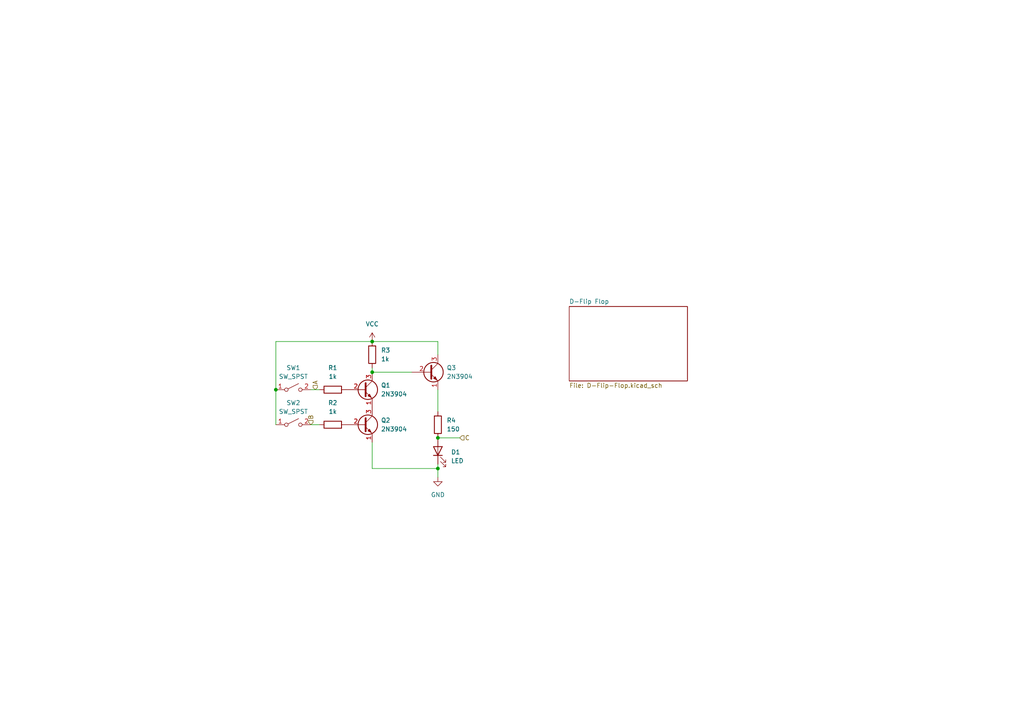
<source format=kicad_sch>
(kicad_sch (version 20230121) (generator eeschema)
  (paper "A4")
  (lib_symbols
    (symbol "Device:LED" (pin_numbers hide) (pin_names (offset 1.016) hide)
      (property "Reference" "D" (at 0 2.54 0))
      (property "Value" "LED" (at 0 -2.54 0))
      (symbol "LED_0_1"
        (polyline (pts (xy -1.27 -1.27) (xy -1.27 1.27)) (stroke (width 0.254)))
        (polyline (pts (xy -1.27 0) (xy 1.27 0)))
        (polyline (pts (xy 1.27 -1.27) (xy 1.27 1.27) (xy -1.27 0) (xy 1.27 -1.27)) (stroke (width 0.254)))
        (polyline (pts (xy -3.048 -0.762) (xy -4.572 -2.286) (xy -3.81 -2.286) (xy -4.572 -2.286) (xy -4.572 -1.524)))
        (polyline (pts (xy -1.778 -0.762) (xy -3.302 -2.286) (xy -2.54 -2.286) (xy -3.302 -2.286) (xy -3.302 -1.524)))
      )
      (symbol "LED_1_1"
        (pin passive line (at -3.81 0 0) (length 2.54) (name "K") (number "1"))
        (pin passive line (at 3.81 0 180) (length 2.54) (name "A") (number "2"))
      )
    )
    (symbol "Device:R" (pin_numbers hide) (pin_names (offset 0))
      (property "Reference" "R" (at 2.032 0 90))
      (property "Value" "R" (at 0 0 90))
      (symbol "R_0_1"
        (rectangle (start -1.016 -2.54) (end 1.016 2.54) (stroke (width 0.254)))
      )
      (symbol "R_1_1"
        (pin passive line (at 0 3.81 270) (length 1.27) (name "~") (number "1"))
        (pin passive line (at 0 -3.81 90) (length 1.27) (name "~") (number "2"))
      )
    )
    (symbol "Switch:SW_SPST" (pin_names (offset 0) hide)
      (property "Reference" "SW" (at 0 3.175 0))
      (property "Value" "SW_SPST" (at 0 -2.54 0))
      (symbol "SW_SPST_0_0"
        (circle (center -2.032 0) (radius 0.508))
        (polyline (pts (xy -1.524 0.254) (xy 1.524 1.778)))
        (circle (center 2.032 0) (radius 0.508))
      )
      (symbol "SW_SPST_1_1"
        (pin passive line (at -5.08 0 0) (length 2.54) (name "A") (number "1"))
        (pin passive line (at 5.08 0 180) (length 2.54) (name "B") (number "2"))
      )
    )
    (symbol "Transistor_BJT:2N3904" (pin_names (offset 0) hide)
      (property "Reference" "Q" (at 5.08 1.905 0))
      (property "Value" "2N3904" (at 5.08 0 0))
      (symbol "2N3904_0_1"
        (polyline (pts (xy 0.635 0.635) (xy 2.54 2.54)))
        (polyline (pts (xy 0.635 -0.635) (xy 2.54 -2.54) (xy 2.54 -2.54)))
        (polyline (pts (xy 0.635 1.905) (xy 0.635 -1.905) (xy 0.635 -1.905)) (stroke (width 0.508)))
        (polyline (pts (xy 1.27 -1.778) (xy 1.778 -1.27) (xy 2.286 -2.286) (xy 1.27 -1.778) (xy 1.27 -1.778)) (fill (type outline)))
        (circle (center 1.27 0) (radius 2.8194) (stroke (width 0.254)))
      )
      (symbol "2N3904_1_1"
        (pin passive line (at 2.54 -5.08 90) (length 2.54) (name "E") (number "1"))
        (pin passive line (at -5.08 0 0) (length 5.715) (name "B") (number "2"))
        (pin passive line (at 2.54 5.08 270) (length 2.54) (name "C") (number "3"))
      )
    )
    (symbol "power:GND" (power) (pin_names (offset 0))
      (property "Value" "GND" (at 0 -3.81 0))
      (symbol "GND_0_1"
        (polyline (pts (xy 0 0) (xy 0 -1.27) (xy 1.27 -1.27) (xy 0 -2.54) (xy -1.27 -1.27) (xy 0 -1.27)))
      )
      (symbol "GND_1_1"
        (pin power_in line (at 0 0 270) (length 0) hide (name "GND") (number "1"))
      )
    )
    (symbol "power:VCC" (power) (pin_names (offset 0))
      (property "Value" "VCC" (at 0 3.81 0))
      (symbol "VCC_0_1"
        (polyline (pts (xy -0.762 1.27) (xy 0 2.54)))
        (polyline (pts (xy 0 0) (xy 0 2.54)))
        (polyline (pts (xy 0 2.54) (xy 0.762 1.27)))
      )
      (symbol "VCC_1_1"
        (pin power_in line (at 0 0 90) (length 0) hide (name "VCC") (number "1"))
      )
    )
  )
  (junction (at 80.01 113.03))
  (junction (at 127 127))
  (junction (at 107.95 107.95))
  (junction (at 127 135.89))
  (junction (at 107.95 99.06))
  (wire (pts (xy 127 138.43) (xy 127 135.89)))
  (wire (pts (xy 127 135.89) (xy 107.95 135.89)))
  (wire (pts (xy 127 99.06) (xy 127 102.87)))
  (wire (pts (xy 80.01 113.03) (xy 80.01 123.19)))
  (wire (pts (xy 107.95 99.06) (xy 127 99.06)))
  (wire (pts (xy 107.95 106.68) (xy 107.95 107.95)))
  (wire (pts (xy 107.95 107.95) (xy 119.38 107.95)))
  (wire (pts (xy 80.01 99.06) (xy 80.01 113.03)))
  (wire (pts (xy 127 134.62) (xy 127 135.89)))
  (wire (pts (xy 133.35 127) (xy 127 127)))
  (wire (pts (xy 90.17 113.03) (xy 92.71 113.03)))
  (wire (pts (xy 107.95 99.06) (xy 80.01 99.06)))
  (wire (pts (xy 107.95 135.89) (xy 107.95 128.27)))
  (wire (pts (xy 127 119.38) (xy 127 113.03)))
  (wire (pts (xy 90.17 123.19) (xy 92.71 123.19)))
  (hierarchical_label "B" (shape input) (at 90.17 123.19 90))
  (hierarchical_label "A" (shape input) (at 91.44 113.03 90))
  (hierarchical_label "C" (shape input) (at 133.35 127 0))
  (symbol (lib_id "Device:R") (at 96.52 123.19 90) (unit 1)
    (property "Reference" "R2" (at 96.52 116.84 90))
    (property "Value" "1k" (at 96.52 119.38 90))
    (property "Footprint" "Resistor_THT:R_Axial_DIN0207_L6.3mm_D2.5mm_P7.62mm_Horizontal" (effects hide))
  )
  (symbol (lib_id "Device:R") (at 107.95 102.87 180) (unit 1)
    (property "Reference" "R3" (at 110.49 101.6 0) (effects (justify right)))
    (property "Value" "1k" (at 110.49 104.14 0) (effects (justify right)))
    (property "Footprint" "Resistor_THT:R_Axial_DIN0207_L6.3mm_D2.5mm_P7.62mm_Horizontal" (effects hide))
  )
  (symbol (lib_id "Transistor_BJT:2N3904") (at 124.46 107.95 0) (unit 1)
    (property "Reference" "Q3" (at 129.54 106.68 0) (effects (justify left)))
    (property "Value" "2N3904" (at 129.54 109.22 0) (effects (justify left)))
    (property "Footprint" "Package_TO_SOT_THT:TO-92_Inline" (effects hide))
    (property "Datasheet" "https://www.onsemi.com/pub/Collateral/2N3903-D.PDF" (effects hide))
  )
  (symbol (lib_id "Transistor_BJT:2N3904") (at 105.41 113.03 0) (unit 1)
    (property "Reference" "Q1" (at 110.49 111.76 0) (effects (justify left)))
    (property "Value" "2N3904" (at 110.49 114.3 0) (effects (justify left)))
    (property "Footprint" "Package_TO_SOT_THT:TO-92_Inline" (effects hide))
    (property "Datasheet" "https://www.onsemi.com/pub/Collateral/2N3903-D.PDF" (effects hide))
  )
  (symbol (lib_id "power:VCC") (at 107.95 99.06 0) (unit 1)
    (property "Reference" "#PWR02" (effects hide))
    (property "Value" "VCC" (at 107.95 93.98 0))
  )
  (symbol (lib_id "Device:R") (at 96.52 113.03 90) (unit 1)
    (property "Reference" "R1" (at 96.52 106.68 90))
    (property "Value" "1k" (at 96.52 109.22 90))
    (property "Footprint" "Resistor_THT:R_Axial_DIN0207_L6.3mm_D2.5mm_P7.62mm_Horizontal" (effects hide))
  )
  (symbol (lib_id "Device:R") (at 127 123.19 0) (unit 1)
    (property "Reference" "R4" (at 129.54 121.92 0) (effects (justify left)))
    (property "Value" "150" (at 129.54 124.46 0) (effects (justify left)))
    (property "Footprint" "Resistor_THT:R_Axial_DIN0207_L6.3mm_D2.5mm_P7.62mm_Horizontal" (effects hide))
  )
  (symbol (lib_id "Switch:SW_SPST") (at 85.09 123.19 0) (unit 1)
    (property "Reference" "SW2" (at 85.09 116.84 0))
    (property "Value" "SW_SPST" (at 85.09 119.38 0))
    (property "Footprint" "Button_Switch_THT:SW_PUSH_6mm" (effects hide))
  )
  (symbol (lib_id "Transistor_BJT:2N3904") (at 105.41 123.19 0) (unit 1)
    (property "Reference" "Q2" (at 110.49 121.92 0) (effects (justify left)))
    (property "Value" "2N3904" (at 110.49 124.46 0) (effects (justify left)))
    (property "Footprint" "Package_TO_SOT_THT:TO-92_Inline" (effects hide))
    (property "Datasheet" "https://www.onsemi.com/pub/Collateral/2N3903-D.PDF" (effects hide))
  )
  (symbol (lib_id "Switch:SW_SPST") (at 85.09 113.03 0) (unit 1)
    (property "Reference" "SW1" (at 85.09 106.68 0))
    (property "Value" "SW_SPST" (at 85.09 109.22 0))
    (property "Footprint" "Button_Switch_THT:SW_PUSH_6mm" (effects hide))
  )
  (symbol (lib_id "Device:LED") (at 127 130.81 90) (unit 1)
    (property "Reference" "D1" (at 130.81 131.1275 90) (effects (justify right)))
    (property "Value" "LED" (at 130.81 133.6675 90) (effects (justify right)))
    (property "Footprint" "LED_THT:LED_D5.0mm" (effects hide))
  )
  (symbol (lib_id "power:GND") (at 127 138.43 0) (unit 1)
    (property "Reference" "#PWR01" (effects hide))
    (property "Value" "GND" (at 127 143.51 0))
  )
  (sheet (at 165.1 88.9) (size 34.29 21.59) (stroke (width 0.1524))
    (property "Sheetname" "D-Flip Flop" (at 165.1 88.1884 0) (effects (justify left bottom)))
    (property "Sheetfile" "D-Flip-Flop.kicad_sch" (at 165.1 111.0746 0) (effects (justify left top)))
  )
)
</source>
